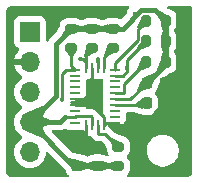
<source format=gtl>
G04 #@! TF.GenerationSoftware,KiCad,Pcbnew,8.0.5*
G04 #@! TF.CreationDate,2024-10-31T19:03:19-07:00*
G04 #@! TF.ProjectId,uSlime_BNO085_Module,75536c69-6d65-45f4-924e-4f3038355f4d,rev?*
G04 #@! TF.SameCoordinates,Original*
G04 #@! TF.FileFunction,Copper,L1,Top*
G04 #@! TF.FilePolarity,Positive*
%FSLAX46Y46*%
G04 Gerber Fmt 4.6, Leading zero omitted, Abs format (unit mm)*
G04 Created by KiCad (PCBNEW 8.0.5) date 2024-10-31 19:03:19*
%MOMM*%
%LPD*%
G01*
G04 APERTURE LIST*
G04 Aperture macros list*
%AMRoundRect*
0 Rectangle with rounded corners*
0 $1 Rounding radius*
0 $2 $3 $4 $5 $6 $7 $8 $9 X,Y pos of 4 corners*
0 Add a 4 corners polygon primitive as box body*
4,1,4,$2,$3,$4,$5,$6,$7,$8,$9,$2,$3,0*
0 Add four circle primitives for the rounded corners*
1,1,$1+$1,$2,$3*
1,1,$1+$1,$4,$5*
1,1,$1+$1,$6,$7*
1,1,$1+$1,$8,$9*
0 Add four rect primitives between the rounded corners*
20,1,$1+$1,$2,$3,$4,$5,0*
20,1,$1+$1,$4,$5,$6,$7,0*
20,1,$1+$1,$6,$7,$8,$9,0*
20,1,$1+$1,$8,$9,$2,$3,0*%
G04 Aperture macros list end*
G04 #@! TA.AperFunction,SMDPad,CuDef*
%ADD10RoundRect,0.200000X-0.275000X0.200000X-0.275000X-0.200000X0.275000X-0.200000X0.275000X0.200000X0*%
G04 #@! TD*
G04 #@! TA.AperFunction,SMDPad,CuDef*
%ADD11RoundRect,0.200000X-0.200000X-0.275000X0.200000X-0.275000X0.200000X0.275000X-0.200000X0.275000X0*%
G04 #@! TD*
G04 #@! TA.AperFunction,ComponentPad*
%ADD12R,1.700000X1.700000*%
G04 #@! TD*
G04 #@! TA.AperFunction,ComponentPad*
%ADD13O,1.700000X1.700000*%
G04 #@! TD*
G04 #@! TA.AperFunction,SMDPad,CuDef*
%ADD14RoundRect,0.200000X0.200000X0.275000X-0.200000X0.275000X-0.200000X-0.275000X0.200000X-0.275000X0*%
G04 #@! TD*
G04 #@! TA.AperFunction,SMDPad,CuDef*
%ADD15RoundRect,0.225000X0.225000X0.250000X-0.225000X0.250000X-0.225000X-0.250000X0.225000X-0.250000X0*%
G04 #@! TD*
G04 #@! TA.AperFunction,SMDPad,CuDef*
%ADD16RoundRect,0.200000X0.275000X-0.200000X0.275000X0.200000X-0.275000X0.200000X-0.275000X-0.200000X0*%
G04 #@! TD*
G04 #@! TA.AperFunction,SMDPad,CuDef*
%ADD17R,0.914400X0.250000*%
G04 #@! TD*
G04 #@! TA.AperFunction,SMDPad,CuDef*
%ADD18R,0.250000X0.812800*%
G04 #@! TD*
G04 #@! TA.AperFunction,SMDPad,CuDef*
%ADD19RoundRect,0.225000X-0.250000X0.225000X-0.250000X-0.225000X0.250000X-0.225000X0.250000X0.225000X0*%
G04 #@! TD*
G04 #@! TA.AperFunction,SMDPad,CuDef*
%ADD20RoundRect,0.225000X0.250000X-0.225000X0.250000X0.225000X-0.250000X0.225000X-0.250000X-0.225000X0*%
G04 #@! TD*
G04 #@! TA.AperFunction,ViaPad*
%ADD21C,0.500000*%
G04 #@! TD*
G04 #@! TA.AperFunction,ViaPad*
%ADD22C,0.350000*%
G04 #@! TD*
G04 #@! TA.AperFunction,ViaPad*
%ADD23C,0.600000*%
G04 #@! TD*
G04 #@! TA.AperFunction,Conductor*
%ADD24C,0.381000*%
G04 #@! TD*
G04 #@! TA.AperFunction,Conductor*
%ADD25C,0.254000*%
G04 #@! TD*
G04 APERTURE END LIST*
D10*
X101150000Y-96775000D03*
X101150000Y-98425000D03*
D11*
X105750000Y-99600000D03*
X107400000Y-99600000D03*
D12*
X95900000Y-97060000D03*
D13*
X95900000Y-99600000D03*
X95900000Y-102140000D03*
X95900000Y-104680000D03*
X95900000Y-107220000D03*
D14*
X107400000Y-97850000D03*
X105750000Y-97850000D03*
D11*
X105750000Y-96100000D03*
X107400000Y-96100000D03*
D15*
X107350000Y-101350000D03*
X105800000Y-101350000D03*
D10*
X99400000Y-96775000D03*
X99400000Y-98425000D03*
D16*
X102900000Y-98425000D03*
X102900000Y-96775000D03*
D17*
X99723600Y-104744400D03*
D18*
X100650930Y-104935400D03*
X101154000Y-104935400D03*
X101654000Y-104935400D03*
X102153990Y-104935400D03*
D17*
X103076400Y-104744400D03*
X103076400Y-104244400D03*
X103076400Y-103744400D03*
X103076400Y-103244400D03*
X103076400Y-102744400D03*
X103076400Y-102244400D03*
X103076400Y-101744400D03*
X103076400Y-101244400D03*
X103076400Y-100744400D03*
X103076400Y-100236400D03*
D18*
X102154000Y-100109400D03*
X101654000Y-100109400D03*
X101154000Y-100109400D03*
X100650930Y-100109400D03*
D17*
X99723600Y-100236400D03*
X99723600Y-100744400D03*
X99723600Y-101244400D03*
X99723600Y-101744400D03*
X99723600Y-102244400D03*
X99723600Y-102744400D03*
X99723600Y-103244400D03*
X99723600Y-103744400D03*
X99723600Y-104244400D03*
D19*
X99900000Y-106825000D03*
X99900000Y-108375000D03*
D15*
X107350000Y-103100000D03*
X105800000Y-103100000D03*
D16*
X103400000Y-108425000D03*
X103400000Y-106775000D03*
D20*
X101650000Y-108375000D03*
X101650000Y-106825000D03*
D21*
X100650930Y-105910000D03*
D22*
X105670000Y-104750000D03*
X100150000Y-99350000D03*
X98652000Y-102850000D03*
D23*
X104876205Y-95627010D03*
D22*
X104150000Y-100100000D03*
X101650000Y-99350000D03*
D24*
X95900000Y-104680000D02*
X98455800Y-104680000D01*
X98455800Y-104680000D02*
X98891400Y-104244400D01*
D25*
X102153990Y-104249990D02*
X102153990Y-104935400D01*
X101154000Y-102050200D02*
X101154000Y-103250000D01*
D24*
X107350000Y-103100000D02*
X107350000Y-101350000D01*
D25*
X101154000Y-102050200D02*
X101154000Y-100109400D01*
X100650930Y-105910000D02*
X100636500Y-105895570D01*
X102344990Y-104744400D02*
X102153990Y-104935400D01*
X99723600Y-102744400D02*
X100459800Y-102744400D01*
X101154000Y-103250000D02*
X102153990Y-104249990D01*
D24*
X105705600Y-104744400D02*
X107350000Y-103100000D01*
D25*
X103076400Y-104744400D02*
X102344990Y-104744400D01*
X100636500Y-105895570D02*
X100636500Y-104935400D01*
X99723600Y-103244400D02*
X101148400Y-103244400D01*
X101148400Y-103244400D02*
X101154000Y-103250000D01*
X101650000Y-106825000D02*
X101565930Y-106825000D01*
X100459800Y-102744400D02*
X101154000Y-102050200D01*
X100400930Y-99350000D02*
X100650930Y-99600000D01*
X100650930Y-98924070D02*
X100650930Y-99600000D01*
X100150000Y-99350000D02*
X100400930Y-99350000D01*
X101150000Y-98425000D02*
X100650930Y-98924070D01*
X100650930Y-99600000D02*
X100650930Y-100109400D01*
X98995400Y-100236400D02*
X99723600Y-100236400D01*
X98652000Y-100579800D02*
X98995400Y-100236400D01*
X99400000Y-99912800D02*
X99723600Y-100236400D01*
X98652000Y-102850000D02*
X98652000Y-100579800D01*
X99400000Y-98425000D02*
X99400000Y-99912800D01*
D24*
X98134500Y-102445500D02*
X98134500Y-98040500D01*
D25*
X99771600Y-104196400D02*
X101097330Y-104196400D01*
D24*
X106534500Y-95234500D02*
X107400000Y-96100000D01*
X101650000Y-108375000D02*
X103350000Y-108375000D01*
D25*
X99708100Y-104228900D02*
X99723600Y-104244400D01*
D24*
X102900000Y-96775000D02*
X103759364Y-96775000D01*
D25*
X101154000Y-104935400D02*
X101154000Y-104253070D01*
D24*
X101650000Y-108375000D02*
X99900000Y-108375000D01*
X107400000Y-99750000D02*
X105800000Y-101350000D01*
D25*
X105800000Y-101350000D02*
X105800000Y-101200000D01*
X101097330Y-104196400D02*
X101154000Y-104253070D01*
D24*
X98134500Y-98040500D02*
X99400000Y-96775000D01*
X103759364Y-96775000D02*
X105299864Y-95234500D01*
D25*
X105800000Y-101350000D02*
X104405600Y-102744400D01*
D24*
X101150000Y-96775000D02*
X102900000Y-96775000D01*
X107400000Y-96100000D02*
X107400000Y-97850000D01*
D25*
X99723600Y-104244400D02*
X99771600Y-104196400D01*
D24*
X103350000Y-108375000D02*
X103400000Y-108425000D01*
X105299864Y-95234500D02*
X106534500Y-95234500D01*
X107400000Y-99600000D02*
X107400000Y-97850000D01*
D25*
X99723600Y-104244400D02*
X98891400Y-104244400D01*
D24*
X95900000Y-104680000D02*
X98134500Y-102445500D01*
X95900000Y-104680000D02*
X99595000Y-108375000D01*
X107400000Y-99600000D02*
X107400000Y-99750000D01*
X99400000Y-96775000D02*
X101150000Y-96775000D01*
X99595000Y-108375000D02*
X99900000Y-108375000D01*
D25*
X104405600Y-102744400D02*
X103076400Y-102744400D01*
X103804600Y-100744400D02*
X103076400Y-100744400D01*
X104150000Y-100100000D02*
X104150000Y-100399000D01*
X105750000Y-97850000D02*
X105644400Y-97744400D01*
X104150000Y-99450000D02*
X105750000Y-97850000D01*
X96230000Y-102140000D02*
X96450000Y-101920000D01*
X104150000Y-100399000D02*
X103804600Y-100744400D01*
X104150000Y-100100000D02*
X104150000Y-99450000D01*
X101650000Y-100105400D02*
X101654000Y-100109400D01*
X101650000Y-99350000D02*
X101650000Y-100105400D01*
X103076400Y-103244400D02*
X105655600Y-103244400D01*
X105655600Y-103244400D02*
X105800000Y-103100000D01*
X103400000Y-106775000D02*
X102293800Y-105668800D01*
X101654000Y-105620810D02*
X101654000Y-104935400D01*
X101701990Y-105668800D02*
X101654000Y-105620810D01*
X102293800Y-105668800D02*
X101701990Y-105668800D01*
X103860600Y-102196400D02*
X103812600Y-102244400D01*
X103860600Y-101489400D02*
X103860600Y-102196400D01*
X103812600Y-102244400D02*
X103076400Y-102244400D01*
X105750000Y-99600000D02*
X103860600Y-101489400D01*
X103076400Y-100236400D02*
X103076400Y-99673600D01*
X103076400Y-99673600D02*
X105023000Y-97727000D01*
X105023000Y-96827000D02*
X105750000Y-96100000D01*
X105023000Y-97727000D02*
X105023000Y-96827000D01*
X102900000Y-98425000D02*
X102154000Y-99171000D01*
X102154000Y-99171000D02*
X102154000Y-100109400D01*
G04 #@! TA.AperFunction,Conductor*
G36*
X104288314Y-94870185D02*
G01*
X104334069Y-94922989D01*
X104344013Y-94992147D01*
X104314988Y-95055703D01*
X104308956Y-95062181D01*
X104246389Y-95124747D01*
X104150415Y-95277488D01*
X104090201Y-95449573D01*
X104060840Y-95496300D01*
X103633649Y-95923491D01*
X103572326Y-95956976D01*
X103502634Y-95951992D01*
X103481820Y-95941928D01*
X103476431Y-95938670D01*
X103464606Y-95931522D01*
X103464604Y-95931521D01*
X103464602Y-95931520D01*
X103404761Y-95912873D01*
X103393538Y-95908773D01*
X103387670Y-95906302D01*
X103380958Y-95904547D01*
X103380942Y-95904544D01*
X103379542Y-95904268D01*
X103366656Y-95900999D01*
X103302196Y-95880914D01*
X103302185Y-95880913D01*
X103231616Y-95874500D01*
X102568384Y-95874500D01*
X102538135Y-95877248D01*
X102497800Y-95880914D01*
X102403771Y-95910214D01*
X102393050Y-95913035D01*
X102365196Y-95919048D01*
X102068143Y-96029295D01*
X101998443Y-96034166D01*
X101981853Y-96029295D01*
X101684804Y-95919049D01*
X101684782Y-95919043D01*
X101624209Y-95903212D01*
X101618676Y-95901628D01*
X101552197Y-95880914D01*
X101552198Y-95880914D01*
X101523964Y-95878348D01*
X101481616Y-95874500D01*
X100818384Y-95874500D01*
X100788135Y-95877248D01*
X100747800Y-95880914D01*
X100653771Y-95910214D01*
X100643050Y-95913035D01*
X100615196Y-95919048D01*
X100318143Y-96029295D01*
X100248443Y-96034166D01*
X100231853Y-96029295D01*
X99934804Y-95919049D01*
X99934782Y-95919043D01*
X99874209Y-95903212D01*
X99868676Y-95901628D01*
X99802197Y-95880914D01*
X99802198Y-95880914D01*
X99773964Y-95878348D01*
X99731616Y-95874500D01*
X99068384Y-95874500D01*
X99049145Y-95876248D01*
X98997807Y-95880913D01*
X98835393Y-95931522D01*
X98689811Y-96019530D01*
X98569530Y-96139811D01*
X98481522Y-96285393D01*
X98430913Y-96447807D01*
X98424500Y-96518386D01*
X98424500Y-96522146D01*
X98410761Y-96578878D01*
X98199036Y-96990371D01*
X98176456Y-97021320D01*
X97597766Y-97600010D01*
X97523865Y-97710613D01*
X97522144Y-97713189D01*
X97522142Y-97713191D01*
X97522142Y-97713193D01*
X97489060Y-97793059D01*
X97445218Y-97847462D01*
X97378924Y-97869526D01*
X97311225Y-97852246D01*
X97263615Y-97801109D01*
X97250499Y-97745608D01*
X97250499Y-96162128D01*
X97244091Y-96102517D01*
X97222753Y-96045308D01*
X97193797Y-95967671D01*
X97193793Y-95967664D01*
X97107547Y-95852455D01*
X97107544Y-95852452D01*
X96992335Y-95766206D01*
X96992328Y-95766202D01*
X96857482Y-95715908D01*
X96857483Y-95715908D01*
X96797883Y-95709501D01*
X96797881Y-95709500D01*
X96797873Y-95709500D01*
X96797864Y-95709500D01*
X95002129Y-95709500D01*
X95002123Y-95709501D01*
X94942516Y-95715908D01*
X94807671Y-95766202D01*
X94807664Y-95766206D01*
X94692455Y-95852452D01*
X94692452Y-95852455D01*
X94606206Y-95967664D01*
X94606202Y-95967671D01*
X94555908Y-96102517D01*
X94549501Y-96162116D01*
X94549501Y-96162123D01*
X94549500Y-96162135D01*
X94549500Y-97957870D01*
X94549501Y-97957876D01*
X94555908Y-98017483D01*
X94606202Y-98152328D01*
X94606206Y-98152335D01*
X94692452Y-98267544D01*
X94692455Y-98267547D01*
X94807664Y-98353793D01*
X94807671Y-98353797D01*
X94807674Y-98353798D01*
X94939598Y-98403002D01*
X94995531Y-98444873D01*
X95019949Y-98510337D01*
X95005098Y-98578610D01*
X94983947Y-98606865D01*
X94861886Y-98728926D01*
X94726400Y-98922420D01*
X94726399Y-98922422D01*
X94626570Y-99136507D01*
X94626567Y-99136513D01*
X94569364Y-99349999D01*
X94569364Y-99350000D01*
X95466988Y-99350000D01*
X95434075Y-99407007D01*
X95400000Y-99534174D01*
X95400000Y-99665826D01*
X95434075Y-99792993D01*
X95466988Y-99850000D01*
X94569364Y-99850000D01*
X94626567Y-100063486D01*
X94626570Y-100063492D01*
X94726399Y-100277578D01*
X94861894Y-100471082D01*
X95028917Y-100638105D01*
X95214595Y-100768119D01*
X95258219Y-100822696D01*
X95265412Y-100892195D01*
X95233890Y-100954549D01*
X95214595Y-100971269D01*
X95028594Y-101101508D01*
X94861505Y-101268597D01*
X94725965Y-101462169D01*
X94725964Y-101462171D01*
X94626098Y-101676335D01*
X94626094Y-101676344D01*
X94564938Y-101904586D01*
X94564936Y-101904596D01*
X94544341Y-102139999D01*
X94544341Y-102140000D01*
X94564936Y-102375403D01*
X94564938Y-102375413D01*
X94626094Y-102603655D01*
X94626096Y-102603659D01*
X94626097Y-102603663D01*
X94718417Y-102801644D01*
X94725965Y-102817830D01*
X94725967Y-102817834D01*
X94795593Y-102917269D01*
X94858883Y-103007657D01*
X94861501Y-103011395D01*
X94861506Y-103011402D01*
X95028597Y-103178493D01*
X95028603Y-103178498D01*
X95214158Y-103308425D01*
X95257783Y-103363002D01*
X95264977Y-103432500D01*
X95233454Y-103494855D01*
X95214158Y-103511575D01*
X95028597Y-103641505D01*
X94861505Y-103808597D01*
X94725965Y-104002169D01*
X94725964Y-104002171D01*
X94626098Y-104216335D01*
X94626094Y-104216344D01*
X94564938Y-104444586D01*
X94564936Y-104444596D01*
X94544341Y-104679999D01*
X94544341Y-104680000D01*
X94564936Y-104915403D01*
X94564938Y-104915413D01*
X94626094Y-105143655D01*
X94626096Y-105143659D01*
X94626097Y-105143663D01*
X94673344Y-105244984D01*
X94725965Y-105357830D01*
X94725967Y-105357834D01*
X94861501Y-105551395D01*
X94861506Y-105551402D01*
X95028597Y-105718493D01*
X95028603Y-105718498D01*
X95214158Y-105848425D01*
X95257783Y-105903002D01*
X95264977Y-105972500D01*
X95233454Y-106034855D01*
X95214158Y-106051575D01*
X95028597Y-106181505D01*
X94861505Y-106348597D01*
X94725965Y-106542169D01*
X94725964Y-106542171D01*
X94626098Y-106756335D01*
X94626094Y-106756344D01*
X94564938Y-106984586D01*
X94564936Y-106984596D01*
X94544341Y-107219999D01*
X94544341Y-107220000D01*
X94564936Y-107455403D01*
X94564938Y-107455413D01*
X94626094Y-107683655D01*
X94626096Y-107683659D01*
X94626097Y-107683663D01*
X94627971Y-107687681D01*
X94725965Y-107897830D01*
X94725967Y-107897834D01*
X94783351Y-107979786D01*
X94861505Y-108091401D01*
X95028599Y-108258495D01*
X95117044Y-108320425D01*
X95222165Y-108394032D01*
X95222167Y-108394033D01*
X95222170Y-108394035D01*
X95436337Y-108493903D01*
X95664592Y-108555063D01*
X95852918Y-108571539D01*
X95899999Y-108575659D01*
X95900000Y-108575659D01*
X95900001Y-108575659D01*
X95939234Y-108572226D01*
X96135408Y-108555063D01*
X96363663Y-108493903D01*
X96577830Y-108394035D01*
X96771401Y-108258495D01*
X96938495Y-108091401D01*
X97074035Y-107897830D01*
X97173903Y-107683663D01*
X97235063Y-107455408D01*
X97249145Y-107294448D01*
X97274597Y-107229381D01*
X97331188Y-107188402D01*
X97400950Y-107184524D01*
X97460354Y-107217576D01*
X98563203Y-108320425D01*
X98574946Y-108334793D01*
X98575193Y-108334604D01*
X98952961Y-108825057D01*
X98972430Y-108861719D01*
X98987997Y-108908697D01*
X98987999Y-108908702D01*
X99077031Y-109053043D01*
X99161807Y-109137819D01*
X99195292Y-109199142D01*
X99190308Y-109268834D01*
X99148436Y-109324767D01*
X99082972Y-109349184D01*
X99074126Y-109349500D01*
X94406962Y-109349500D01*
X94393078Y-109348720D01*
X94380553Y-109347308D01*
X94302735Y-109338540D01*
X94275666Y-109332362D01*
X94196462Y-109304648D01*
X94171444Y-109292600D01*
X94100395Y-109247957D01*
X94078686Y-109230644D01*
X94019355Y-109171313D01*
X94002042Y-109149604D01*
X93998707Y-109144297D01*
X93957398Y-109078553D01*
X93945351Y-109053537D01*
X93945178Y-109053044D01*
X93917636Y-108974331D01*
X93911459Y-108947263D01*
X93907779Y-108914606D01*
X93901280Y-108856922D01*
X93900500Y-108843038D01*
X93900500Y-95356961D01*
X93901280Y-95343077D01*
X93911459Y-95252731D01*
X93917635Y-95225670D01*
X93945353Y-95146456D01*
X93957396Y-95121450D01*
X94002046Y-95050389D01*
X94019351Y-95028690D01*
X94078690Y-94969351D01*
X94100389Y-94952046D01*
X94171450Y-94907396D01*
X94196456Y-94895353D01*
X94275670Y-94867635D01*
X94302733Y-94861459D01*
X94365419Y-94854396D01*
X94393079Y-94851280D01*
X94406962Y-94850500D01*
X94465892Y-94850500D01*
X104221275Y-94850500D01*
X104288314Y-94870185D01*
G37*
G04 #@! TD.AperFunction*
G04 #@! TA.AperFunction,Conductor*
G36*
X109409631Y-94852025D02*
G01*
X109457706Y-94859639D01*
X109494595Y-94871625D01*
X109529156Y-94889235D01*
X109560538Y-94912036D01*
X109587963Y-94939461D01*
X109610765Y-94970845D01*
X109626427Y-95001583D01*
X109628372Y-95005399D01*
X109640361Y-95042297D01*
X109647086Y-95084761D01*
X109647973Y-95090357D01*
X109649500Y-95109755D01*
X109649500Y-108843038D01*
X109648720Y-108856923D01*
X109638540Y-108947264D01*
X109632362Y-108974333D01*
X109604648Y-109053537D01*
X109592600Y-109078555D01*
X109547957Y-109149604D01*
X109530644Y-109171313D01*
X109471313Y-109230644D01*
X109449604Y-109247957D01*
X109378555Y-109292600D01*
X109353537Y-109304648D01*
X109274333Y-109332362D01*
X109247264Y-109338540D01*
X109167075Y-109347576D01*
X109156921Y-109348720D01*
X109143038Y-109349500D01*
X104240520Y-109349500D01*
X104173481Y-109329815D01*
X104127726Y-109277011D01*
X104117782Y-109207853D01*
X104146807Y-109144297D01*
X104152839Y-109137819D01*
X104230468Y-109060189D01*
X104230469Y-109060188D01*
X104230472Y-109060185D01*
X104318478Y-108914606D01*
X104369086Y-108752196D01*
X104375500Y-108681616D01*
X104375500Y-108168384D01*
X104369086Y-108097804D01*
X104318478Y-107935394D01*
X104230472Y-107789815D01*
X104230470Y-107789813D01*
X104230469Y-107789811D01*
X104128339Y-107687681D01*
X104094854Y-107626358D01*
X104099838Y-107556666D01*
X104128339Y-107512319D01*
X104230468Y-107410189D01*
X104230469Y-107410188D01*
X104230472Y-107410185D01*
X104318478Y-107264606D01*
X104369086Y-107102196D01*
X104375500Y-107031616D01*
X104375500Y-106993713D01*
X105799500Y-106993713D01*
X105799500Y-107206286D01*
X105831794Y-107410185D01*
X105832754Y-107416243D01*
X105891764Y-107597857D01*
X105898444Y-107618414D01*
X105994951Y-107807820D01*
X106119890Y-107979786D01*
X106270213Y-108130109D01*
X106442179Y-108255048D01*
X106442181Y-108255049D01*
X106442184Y-108255051D01*
X106631588Y-108351557D01*
X106833757Y-108417246D01*
X107043713Y-108450500D01*
X107043714Y-108450500D01*
X107256286Y-108450500D01*
X107256287Y-108450500D01*
X107466243Y-108417246D01*
X107668412Y-108351557D01*
X107857816Y-108255051D01*
X107879789Y-108239086D01*
X108029786Y-108130109D01*
X108029788Y-108130106D01*
X108029792Y-108130104D01*
X108180104Y-107979792D01*
X108180106Y-107979788D01*
X108180109Y-107979786D01*
X108305048Y-107807820D01*
X108305047Y-107807820D01*
X108305051Y-107807816D01*
X108401557Y-107618412D01*
X108467246Y-107416243D01*
X108500500Y-107206287D01*
X108500500Y-106993713D01*
X108467246Y-106783757D01*
X108401557Y-106581588D01*
X108305051Y-106392184D01*
X108305049Y-106392181D01*
X108305048Y-106392179D01*
X108180109Y-106220213D01*
X108029786Y-106069890D01*
X107857820Y-105944951D01*
X107668414Y-105848444D01*
X107668413Y-105848443D01*
X107668412Y-105848443D01*
X107466243Y-105782754D01*
X107466241Y-105782753D01*
X107466240Y-105782753D01*
X107304957Y-105757208D01*
X107256287Y-105749500D01*
X107043713Y-105749500D01*
X106995042Y-105757208D01*
X106833760Y-105782753D01*
X106631585Y-105848444D01*
X106442179Y-105944951D01*
X106270213Y-106069890D01*
X106119890Y-106220213D01*
X105994951Y-106392179D01*
X105898444Y-106581585D01*
X105832753Y-106783760D01*
X105799500Y-106993713D01*
X104375500Y-106993713D01*
X104375500Y-106518384D01*
X104369086Y-106447804D01*
X104318478Y-106285394D01*
X104230472Y-106139815D01*
X104230470Y-106139813D01*
X104230469Y-106139811D01*
X104110188Y-106019530D01*
X104065015Y-105992222D01*
X103964606Y-105931522D01*
X103802196Y-105880914D01*
X103802194Y-105880913D01*
X103802192Y-105880913D01*
X103752778Y-105876423D01*
X103731616Y-105874500D01*
X103731613Y-105874500D01*
X103717194Y-105874500D01*
X103664334Y-105862668D01*
X103136827Y-105614075D01*
X103102008Y-105589589D01*
X102693811Y-105181391D01*
X102692269Y-105180361D01*
X102692265Y-105180358D01*
X102591039Y-105112720D01*
X102591024Y-105112712D01*
X102580754Y-105108458D01*
X102526352Y-105064615D01*
X102504290Y-104998320D01*
X102521572Y-104930621D01*
X102572711Y-104883013D01*
X102628207Y-104869899D01*
X103581472Y-104869899D01*
X103641083Y-104863491D01*
X103775931Y-104813196D01*
X103891146Y-104726946D01*
X103977396Y-104611731D01*
X104027691Y-104476883D01*
X104034100Y-104417273D01*
X104034099Y-104071528D01*
X104027691Y-104011917D01*
X104027690Y-104011916D01*
X104027394Y-104009155D01*
X104039799Y-103940396D01*
X104087409Y-103889258D01*
X104150683Y-103871900D01*
X104786927Y-103871900D01*
X104824358Y-103877684D01*
X105328000Y-104037162D01*
X105351942Y-104041599D01*
X105368330Y-104045810D01*
X105427292Y-104065349D01*
X105526655Y-104075500D01*
X106073344Y-104075499D01*
X106073352Y-104075498D01*
X106073355Y-104075498D01*
X106127760Y-104069940D01*
X106172708Y-104065349D01*
X106333697Y-104012003D01*
X106478044Y-103922968D01*
X106597968Y-103803044D01*
X106687003Y-103658697D01*
X106740349Y-103497708D01*
X106750500Y-103398345D01*
X106750499Y-102801656D01*
X106740349Y-102702292D01*
X106687003Y-102541303D01*
X106686999Y-102541297D01*
X106686998Y-102541294D01*
X106597970Y-102396959D01*
X106597967Y-102396955D01*
X106513693Y-102312681D01*
X106480208Y-102251358D01*
X106485192Y-102181666D01*
X106513693Y-102137319D01*
X106597968Y-102053044D01*
X106687003Y-101908697D01*
X106740349Y-101747708D01*
X106745400Y-101698258D01*
X106758727Y-101653682D01*
X107058431Y-101076940D01*
X107080775Y-101046444D01*
X107248107Y-100879112D01*
X107266560Y-100863919D01*
X107674959Y-100589167D01*
X107721236Y-100572755D01*
X107720761Y-100570366D01*
X107727188Y-100569087D01*
X107727189Y-100569086D01*
X107727196Y-100569086D01*
X107889606Y-100518478D01*
X108035185Y-100430472D01*
X108155472Y-100310185D01*
X108243478Y-100164606D01*
X108294086Y-100002196D01*
X108300500Y-99931616D01*
X108300500Y-99268384D01*
X108294086Y-99197804D01*
X108264781Y-99103762D01*
X108261958Y-99093032D01*
X108255952Y-99065204D01*
X108255951Y-99065201D01*
X108255950Y-99065196D01*
X108145702Y-98768141D01*
X108140832Y-98698445D01*
X108145700Y-98681862D01*
X108255950Y-98384803D01*
X108271794Y-98324170D01*
X108273348Y-98318743D01*
X108294086Y-98252196D01*
X108300500Y-98181616D01*
X108300500Y-97518384D01*
X108294086Y-97447804D01*
X108264781Y-97353762D01*
X108261958Y-97343032D01*
X108255952Y-97315204D01*
X108255951Y-97315201D01*
X108255950Y-97315196D01*
X108145702Y-97018141D01*
X108140832Y-96948445D01*
X108145700Y-96931862D01*
X108255950Y-96634803D01*
X108271794Y-96574170D01*
X108273348Y-96568743D01*
X108294086Y-96502196D01*
X108300500Y-96431616D01*
X108300500Y-95768384D01*
X108294086Y-95697804D01*
X108243478Y-95535394D01*
X108155472Y-95389815D01*
X108155470Y-95389813D01*
X108155469Y-95389811D01*
X108035188Y-95269530D01*
X107990776Y-95242682D01*
X107889606Y-95181522D01*
X107727196Y-95130914D01*
X107727194Y-95130913D01*
X107727192Y-95130913D01*
X107677778Y-95126423D01*
X107656616Y-95124500D01*
X107656613Y-95124500D01*
X107652852Y-95124500D01*
X107596120Y-95110761D01*
X107545588Y-95084761D01*
X107494982Y-95036586D01*
X107478456Y-94968699D01*
X107501255Y-94902654D01*
X107556142Y-94859419D01*
X107602320Y-94850500D01*
X109334108Y-94850500D01*
X109390244Y-94850500D01*
X109409631Y-94852025D01*
G37*
G04 #@! TD.AperFunction*
G04 #@! TA.AperFunction,Conductor*
G36*
X98956816Y-105263467D02*
G01*
X98965962Y-105269697D01*
X99024069Y-105313196D01*
X99024071Y-105313197D01*
X99158917Y-105363491D01*
X99158916Y-105363491D01*
X99165844Y-105364235D01*
X99218527Y-105369900D01*
X100228672Y-105369899D01*
X100288283Y-105363491D01*
X100366975Y-105334140D01*
X100436664Y-105329157D01*
X100497987Y-105362641D01*
X100531472Y-105423965D01*
X100533596Y-105437070D01*
X100534908Y-105449283D01*
X100585202Y-105584128D01*
X100585206Y-105584135D01*
X100671452Y-105699344D01*
X100671455Y-105699347D01*
X100786664Y-105785593D01*
X100786671Y-105785597D01*
X100921516Y-105835891D01*
X100981114Y-105842299D01*
X100981118Y-105842299D01*
X100981127Y-105842300D01*
X100983670Y-105842299D01*
X100984237Y-105842466D01*
X100984434Y-105842477D01*
X100984431Y-105842523D01*
X101050710Y-105861972D01*
X101094777Y-105912811D01*
X101095044Y-105912669D01*
X101095670Y-105913841D01*
X101096474Y-105914768D01*
X101097826Y-105917874D01*
X101097914Y-105918039D01*
X101147481Y-105992221D01*
X101147482Y-105992222D01*
X101166590Y-106020820D01*
X101166591Y-106020821D01*
X101191736Y-106045965D01*
X101214579Y-106068808D01*
X101285582Y-106139811D01*
X101301983Y-106156212D01*
X101404750Y-106224879D01*
X101404763Y-106224886D01*
X101518950Y-106272183D01*
X101518955Y-106272185D01*
X101518959Y-106272185D01*
X101518960Y-106272186D01*
X101640184Y-106296300D01*
X101640187Y-106296300D01*
X101982519Y-106296300D01*
X102049558Y-106315985D01*
X102070200Y-106332619D01*
X102204291Y-106466710D01*
X102231312Y-106507279D01*
X102245643Y-106542171D01*
X102333608Y-106756337D01*
X102415202Y-106954990D01*
X102424500Y-107002102D01*
X102424500Y-107031613D01*
X102430913Y-107102192D01*
X102430913Y-107102194D01*
X102430914Y-107102196D01*
X102481522Y-107264606D01*
X102556255Y-107388229D01*
X102574091Y-107455782D01*
X102552574Y-107522256D01*
X102498533Y-107566544D01*
X102429128Y-107574585D01*
X102402944Y-107567046D01*
X102186715Y-107478052D01*
X102157065Y-107470104D01*
X102148154Y-107467715D01*
X102141269Y-107465653D01*
X102047711Y-107434651D01*
X101948346Y-107424500D01*
X101351662Y-107424500D01*
X101351644Y-107424501D01*
X101252292Y-107434650D01*
X101252285Y-107434652D01*
X101151414Y-107468077D01*
X101142808Y-107470588D01*
X101113295Y-107478050D01*
X101113279Y-107478055D01*
X100822191Y-107597857D01*
X100752705Y-107605169D01*
X100727804Y-107597857D01*
X100436714Y-107478052D01*
X100408870Y-107470588D01*
X100398154Y-107467715D01*
X100391269Y-107465653D01*
X100297711Y-107434651D01*
X100198352Y-107424500D01*
X100198345Y-107424500D01*
X100118185Y-107424500D01*
X100091529Y-107421601D01*
X99520799Y-107295973D01*
X99459775Y-107262553D01*
X97779903Y-105582681D01*
X97746418Y-105521358D01*
X97751402Y-105451666D01*
X97793274Y-105395733D01*
X97858738Y-105371316D01*
X97867584Y-105371000D01*
X98523860Y-105371000D01*
X98613670Y-105353134D01*
X98657357Y-105344445D01*
X98783111Y-105292356D01*
X98822763Y-105265861D01*
X98889435Y-105244984D01*
X98956816Y-105263467D01*
G37*
G04 #@! TD.AperFunction*
G04 #@! TA.AperFunction,Conductor*
G36*
X101211891Y-100905194D02*
G01*
X101226776Y-100914760D01*
X101286669Y-100959596D01*
X101286671Y-100959597D01*
X101303745Y-100965965D01*
X101421517Y-101009891D01*
X101481127Y-101016300D01*
X101826872Y-101016299D01*
X101886483Y-101009891D01*
X101886486Y-101009889D01*
X101890744Y-101009432D01*
X101917254Y-101009432D01*
X101921514Y-101009889D01*
X101921517Y-101009891D01*
X101981127Y-101016300D01*
X101994696Y-101016299D01*
X102061733Y-101035980D01*
X102107491Y-101088781D01*
X102118700Y-101140299D01*
X102118700Y-101417269D01*
X102118701Y-101417279D01*
X102125567Y-101481151D01*
X102125567Y-101507657D01*
X102125109Y-101511916D01*
X102125109Y-101511917D01*
X102118700Y-101571527D01*
X102118700Y-101571530D01*
X102118700Y-101571533D01*
X102118700Y-101917269D01*
X102118701Y-101917279D01*
X102125567Y-101981151D01*
X102125567Y-102007657D01*
X102125109Y-102011916D01*
X102125109Y-102011917D01*
X102118700Y-102071527D01*
X102118700Y-102071530D01*
X102118700Y-102071533D01*
X102118700Y-102417269D01*
X102118701Y-102417279D01*
X102125567Y-102481151D01*
X102125567Y-102507657D01*
X102125109Y-102511916D01*
X102125109Y-102511917D01*
X102118700Y-102571527D01*
X102118700Y-102571532D01*
X102118700Y-102571533D01*
X102118700Y-102917269D01*
X102118701Y-102917279D01*
X102125567Y-102981151D01*
X102125567Y-103007657D01*
X102125109Y-103011916D01*
X102125109Y-103011917D01*
X102118700Y-103071527D01*
X102118700Y-103071532D01*
X102118700Y-103071533D01*
X102118700Y-103417269D01*
X102118701Y-103417279D01*
X102125567Y-103481151D01*
X102125567Y-103507657D01*
X102125109Y-103511916D01*
X102125109Y-103511917D01*
X102118700Y-103571527D01*
X102118700Y-103571532D01*
X102118700Y-103571533D01*
X102118700Y-103917269D01*
X102118701Y-103917284D01*
X102120119Y-103930471D01*
X102107711Y-103999230D01*
X102060099Y-104050365D01*
X101992399Y-104067642D01*
X101953496Y-104059903D01*
X101886482Y-104034908D01*
X101886483Y-104034908D01*
X101826883Y-104028501D01*
X101826881Y-104028500D01*
X101826873Y-104028500D01*
X101826865Y-104028500D01*
X101823035Y-104028500D01*
X101755996Y-104008815D01*
X101714177Y-103960553D01*
X101712953Y-103961208D01*
X101710086Y-103955846D01*
X101710083Y-103955837D01*
X101710076Y-103955826D01*
X101676226Y-103905165D01*
X101676226Y-103905166D01*
X101641412Y-103853063D01*
X101635702Y-103847353D01*
X101554008Y-103765659D01*
X101497338Y-103708989D01*
X101466400Y-103688317D01*
X101466398Y-103688316D01*
X101466398Y-103688315D01*
X101394565Y-103640318D01*
X101394566Y-103640318D01*
X101358330Y-103625309D01*
X101358328Y-103625308D01*
X101280365Y-103593014D01*
X101280357Y-103593012D01*
X101159137Y-103568900D01*
X101159133Y-103568900D01*
X100782240Y-103568900D01*
X100715201Y-103549215D01*
X100669446Y-103496411D01*
X100666058Y-103488233D01*
X100624597Y-103377071D01*
X100624593Y-103377064D01*
X100538347Y-103261855D01*
X100538344Y-103261852D01*
X100423135Y-103175606D01*
X100423128Y-103175602D01*
X100288282Y-103125308D01*
X100288283Y-103125308D01*
X100228683Y-103118901D01*
X100228681Y-103118900D01*
X100228673Y-103118900D01*
X100228665Y-103118900D01*
X99439777Y-103118900D01*
X99372738Y-103099215D01*
X99326983Y-103046411D01*
X99316688Y-102979898D01*
X99316810Y-102978897D01*
X99344460Y-102914732D01*
X99402412Y-102875701D01*
X99439899Y-102869899D01*
X100228671Y-102869899D01*
X100228672Y-102869899D01*
X100288283Y-102863491D01*
X100423131Y-102813196D01*
X100538346Y-102726946D01*
X100624596Y-102611731D01*
X100674891Y-102476883D01*
X100681300Y-102417273D01*
X100681299Y-102071528D01*
X100674891Y-102011917D01*
X100674889Y-102011913D01*
X100674432Y-102007655D01*
X100674432Y-101981145D01*
X100674889Y-101976886D01*
X100674891Y-101976883D01*
X100681300Y-101917273D01*
X100681299Y-101571528D01*
X100674891Y-101511917D01*
X100674889Y-101511913D01*
X100674432Y-101507655D01*
X100674432Y-101481145D01*
X100674889Y-101476886D01*
X100674891Y-101476883D01*
X100681300Y-101417273D01*
X100681299Y-101140298D01*
X100700983Y-101073260D01*
X100753787Y-101027505D01*
X100805299Y-101016299D01*
X100823801Y-101016299D01*
X100823802Y-101016299D01*
X100883413Y-101009891D01*
X101018261Y-100959596D01*
X101078154Y-100914759D01*
X101143618Y-100890343D01*
X101211891Y-100905194D01*
G37*
G04 #@! TD.AperFunction*
G04 #@! TA.AperFunction,Conductor*
G36*
X96236019Y-103899349D02*
G01*
X96236176Y-103899416D01*
X97592947Y-104486448D01*
X97599178Y-104492877D01*
X97600000Y-104497185D01*
X97600000Y-104862814D01*
X97596573Y-104871087D01*
X97592946Y-104873552D01*
X96236176Y-105460583D01*
X96227222Y-105460723D01*
X96220792Y-105454491D01*
X96220747Y-105454387D01*
X95900864Y-104684488D01*
X95900856Y-104675534D01*
X95900865Y-104675511D01*
X95978150Y-104489500D01*
X96220726Y-103905663D01*
X96227064Y-103899340D01*
X96236019Y-103899349D01*
G37*
G04 #@! TD.AperFunction*
G04 #@! TA.AperFunction,Conductor*
G36*
X100227713Y-99192755D02*
G01*
X100544579Y-99323561D01*
X100550918Y-99329885D01*
X100550929Y-99338839D01*
X100548387Y-99342648D01*
X100384295Y-99506740D01*
X100376787Y-99510142D01*
X100162414Y-99524186D01*
X100153934Y-99521307D01*
X100149974Y-99513276D01*
X100149950Y-99512588D01*
X100149302Y-99351675D01*
X100150215Y-99347099D01*
X100212465Y-99199034D01*
X100218830Y-99192738D01*
X100227713Y-99192755D01*
G37*
G04 #@! TD.AperFunction*
G04 #@! TA.AperFunction,Conductor*
G36*
X101143186Y-98423756D02*
G01*
X101151332Y-98427477D01*
X101153147Y-98430048D01*
X101353392Y-98814846D01*
X101354171Y-98823767D01*
X101348641Y-98830505D01*
X100780558Y-99142164D01*
X100774930Y-99143606D01*
X100538273Y-99143606D01*
X100530000Y-99140179D01*
X100526573Y-99131906D01*
X100526812Y-99129555D01*
X100591356Y-98814846D01*
X100673011Y-98416702D01*
X100678030Y-98409288D01*
X100684887Y-98407362D01*
X101143186Y-98423756D01*
G37*
G04 #@! TD.AperFunction*
G04 #@! TA.AperFunction,Conductor*
G36*
X98777068Y-102503427D02*
G01*
X98780387Y-102510110D01*
X98825187Y-102836786D01*
X98822915Y-102845448D01*
X98815185Y-102849968D01*
X98813662Y-102850076D01*
X98652067Y-102850999D01*
X98651933Y-102850999D01*
X98490337Y-102850076D01*
X98482084Y-102846602D01*
X98478704Y-102838309D01*
X98478812Y-102836786D01*
X98523613Y-102510110D01*
X98528133Y-102502379D01*
X98535205Y-102500000D01*
X98768795Y-102500000D01*
X98777068Y-102503427D01*
G37*
G04 #@! TD.AperFunction*
G04 #@! TA.AperFunction,Conductor*
G36*
X99407747Y-98430844D02*
G01*
X99792653Y-98770902D01*
X99796584Y-98778948D01*
X99794895Y-98785762D01*
X99530420Y-99219392D01*
X99523186Y-99224671D01*
X99520431Y-99225000D01*
X99279569Y-99225000D01*
X99271296Y-99221573D01*
X99269580Y-99219392D01*
X99005104Y-98785762D01*
X99003722Y-98776915D01*
X99007344Y-98770904D01*
X99392253Y-98430843D01*
X99400722Y-98427934D01*
X99407747Y-98430844D01*
G37*
G04 #@! TD.AperFunction*
G04 #@! TA.AperFunction,Conductor*
G36*
X106887989Y-95314897D02*
G01*
X107482918Y-95621004D01*
X107488707Y-95627837D01*
X107489061Y-95633582D01*
X107401885Y-96094476D01*
X107396980Y-96101969D01*
X107394843Y-96103121D01*
X107009537Y-96261758D01*
X107000583Y-96261739D01*
X106994908Y-96256715D01*
X106637920Y-95627837D01*
X106615389Y-95588147D01*
X106614286Y-95579261D01*
X106617290Y-95574101D01*
X106874364Y-95317027D01*
X106882636Y-95313601D01*
X106887989Y-95314897D01*
G37*
G04 #@! TD.AperFunction*
G04 #@! TA.AperFunction,Conductor*
G36*
X103050447Y-108043231D02*
G01*
X103053297Y-108045501D01*
X103393642Y-108416969D01*
X103396704Y-108425384D01*
X103393516Y-108432912D01*
X103047298Y-108799013D01*
X103039123Y-108802669D01*
X103033873Y-108801587D01*
X102531776Y-108568643D01*
X102525713Y-108562053D01*
X102525000Y-108558030D01*
X102525000Y-108193411D01*
X102528427Y-108185138D01*
X102533590Y-108182132D01*
X103041561Y-108042126D01*
X103050447Y-108043231D01*
G37*
G04 #@! TD.AperFunction*
G04 #@! TA.AperFunction,Conductor*
G36*
X101994323Y-107945509D02*
G01*
X102567753Y-108181517D01*
X102574099Y-108187834D01*
X102575000Y-108192336D01*
X102575000Y-108557663D01*
X102571573Y-108565936D01*
X102567753Y-108568482D01*
X101994325Y-108804489D01*
X101985370Y-108804469D01*
X101980642Y-108800860D01*
X101654597Y-108382188D01*
X101652218Y-108373556D01*
X101654597Y-108367812D01*
X101980643Y-107949138D01*
X101988428Y-107944718D01*
X101994323Y-107945509D01*
G37*
G04 #@! TD.AperFunction*
G04 #@! TA.AperFunction,Conductor*
G36*
X103259794Y-96395361D02*
G01*
X103634576Y-96628530D01*
X103636668Y-96630191D01*
X103892571Y-96886094D01*
X103895998Y-96894367D01*
X103892571Y-96902640D01*
X103888639Y-96905232D01*
X103259039Y-97156778D01*
X103250085Y-97156665D01*
X103246075Y-97153821D01*
X103008120Y-96894367D01*
X102906532Y-96783600D01*
X102903466Y-96775187D01*
X102906518Y-96767800D01*
X103244977Y-96397402D01*
X103253086Y-96393607D01*
X103259794Y-96395361D01*
G37*
G04 #@! TD.AperFunction*
G04 #@! TA.AperFunction,Conductor*
G36*
X100244323Y-107945509D02*
G01*
X100817753Y-108181517D01*
X100824099Y-108187834D01*
X100825000Y-108192336D01*
X100825000Y-108557663D01*
X100821573Y-108565936D01*
X100817753Y-108568482D01*
X100244325Y-108804489D01*
X100235370Y-108804469D01*
X100230642Y-108800860D01*
X99904597Y-108382188D01*
X99902218Y-108373556D01*
X99904597Y-108367812D01*
X100230643Y-107949138D01*
X100238428Y-107944718D01*
X100244323Y-107945509D01*
G37*
G04 #@! TD.AperFunction*
G04 #@! TA.AperFunction,Conductor*
G36*
X101314629Y-107945530D02*
G01*
X101319356Y-107949138D01*
X101491899Y-108170700D01*
X101645401Y-108367811D01*
X101647781Y-108376444D01*
X101645401Y-108382189D01*
X101319358Y-108800859D01*
X101311571Y-108805281D01*
X101305674Y-108804489D01*
X100732247Y-108568482D01*
X100725901Y-108562165D01*
X100725000Y-108557663D01*
X100725000Y-108192336D01*
X100728427Y-108184063D01*
X100732245Y-108181517D01*
X101305676Y-107945510D01*
X101314629Y-107945530D01*
G37*
G04 #@! TD.AperFunction*
G04 #@! TA.AperFunction,Conductor*
G36*
X106383587Y-100508966D02*
G01*
X106640952Y-100766331D01*
X106644379Y-100774604D01*
X106643061Y-100779999D01*
X106254937Y-101526893D01*
X106248081Y-101532654D01*
X106240098Y-101532316D01*
X105804216Y-101352735D01*
X105797872Y-101346415D01*
X105797592Y-101345674D01*
X105641855Y-100884624D01*
X105642454Y-100875692D01*
X105647677Y-100870432D01*
X106370054Y-100506787D01*
X106378984Y-100506129D01*
X106383587Y-100508966D01*
G37*
G04 #@! TD.AperFunction*
G04 #@! TA.AperFunction,Conductor*
G36*
X107394914Y-99597288D02*
G01*
X107401612Y-99603232D01*
X107402356Y-99605196D01*
X107531356Y-100066860D01*
X107530282Y-100075751D01*
X107526619Y-100079717D01*
X106963392Y-100458631D01*
X106954615Y-100460405D01*
X106948588Y-100457196D01*
X106691589Y-100200197D01*
X106688162Y-100191924D01*
X106689104Y-100187324D01*
X106995714Y-99470638D01*
X107002118Y-99464382D01*
X107010296Y-99464185D01*
X107394914Y-99597288D01*
G37*
G04 #@! TD.AperFunction*
G04 #@! TA.AperFunction,Conductor*
G36*
X99394476Y-96773114D02*
G01*
X99401969Y-96778019D01*
X99403121Y-96780156D01*
X99561758Y-97165462D01*
X99561739Y-97174416D01*
X99556715Y-97180091D01*
X98888148Y-97559609D01*
X98879261Y-97560713D01*
X98874099Y-97557707D01*
X98617028Y-97300636D01*
X98613601Y-97292363D01*
X98614897Y-97287010D01*
X98921004Y-96692080D01*
X98927837Y-96686291D01*
X98933580Y-96685937D01*
X99394476Y-96773114D01*
G37*
G04 #@! TD.AperFunction*
G04 #@! TA.AperFunction,Conductor*
G36*
X105360604Y-101167972D02*
G01*
X105795783Y-101347264D01*
X105802127Y-101353584D01*
X105802411Y-101354338D01*
X105957903Y-101814660D01*
X105957304Y-101823594D01*
X105951324Y-101829202D01*
X105184726Y-102149093D01*
X105175771Y-102149116D01*
X105171947Y-102146568D01*
X105003522Y-101978143D01*
X105000095Y-101969870D01*
X105001065Y-101965205D01*
X105345422Y-101174119D01*
X105351865Y-101167903D01*
X105360604Y-101167972D01*
G37*
G04 #@! TD.AperFunction*
G04 #@! TA.AperFunction,Conductor*
G36*
X102550031Y-96393297D02*
G01*
X102553780Y-96396028D01*
X102893758Y-96767096D01*
X102896820Y-96775511D01*
X102893758Y-96782904D01*
X102553780Y-97153971D01*
X102545664Y-97157756D01*
X102541082Y-97157036D01*
X102032629Y-96968331D01*
X102026065Y-96962240D01*
X102025000Y-96957362D01*
X102025000Y-96592637D01*
X102028427Y-96584364D01*
X102032626Y-96581669D01*
X102541082Y-96392963D01*
X102550031Y-96393297D01*
G37*
G04 #@! TD.AperFunction*
G04 #@! TA.AperFunction,Conductor*
G36*
X101508917Y-96392963D02*
G01*
X102017372Y-96581669D01*
X102023935Y-96587759D01*
X102025000Y-96592637D01*
X102025000Y-96957362D01*
X102021573Y-96965635D01*
X102017371Y-96968331D01*
X101508917Y-97157036D01*
X101499968Y-97156702D01*
X101496219Y-97153971D01*
X101323539Y-96965500D01*
X101156240Y-96782902D01*
X101153179Y-96774489D01*
X101156240Y-96767097D01*
X101496219Y-96396027D01*
X101504335Y-96392243D01*
X101508917Y-96392963D01*
G37*
G04 #@! TD.AperFunction*
G04 #@! TA.AperFunction,Conductor*
G36*
X107407902Y-96106240D02*
G01*
X107611330Y-96292623D01*
X107778971Y-96446219D01*
X107782756Y-96454335D01*
X107782036Y-96458917D01*
X107593331Y-96967371D01*
X107587240Y-96973935D01*
X107582362Y-96975000D01*
X107217638Y-96975000D01*
X107209365Y-96971573D01*
X107206669Y-96967371D01*
X107017963Y-96458917D01*
X107018297Y-96449968D01*
X107021028Y-96446219D01*
X107392097Y-96106240D01*
X107400511Y-96103179D01*
X107407902Y-96106240D01*
G37*
G04 #@! TD.AperFunction*
G04 #@! TA.AperFunction,Conductor*
G36*
X107590635Y-96978427D02*
G01*
X107593331Y-96982629D01*
X107782036Y-97491082D01*
X107781702Y-97500031D01*
X107778971Y-97503780D01*
X107407904Y-97843758D01*
X107399489Y-97846820D01*
X107392096Y-97843758D01*
X107021028Y-97503780D01*
X107017243Y-97495664D01*
X107017963Y-97491082D01*
X107206669Y-96982629D01*
X107212760Y-96976065D01*
X107217638Y-96975000D01*
X107582362Y-96975000D01*
X107590635Y-96978427D01*
G37*
G04 #@! TD.AperFunction*
G04 #@! TA.AperFunction,Conductor*
G36*
X107407902Y-97856240D02*
G01*
X107611330Y-98042623D01*
X107778971Y-98196219D01*
X107782756Y-98204335D01*
X107782036Y-98208917D01*
X107593331Y-98717371D01*
X107587240Y-98723935D01*
X107582362Y-98725000D01*
X107217638Y-98725000D01*
X107209365Y-98721573D01*
X107206669Y-98717371D01*
X107017963Y-98208917D01*
X107018297Y-98199968D01*
X107021028Y-98196219D01*
X107392097Y-97856240D01*
X107400511Y-97853179D01*
X107407902Y-97856240D01*
G37*
G04 #@! TD.AperFunction*
G04 #@! TA.AperFunction,Conductor*
G36*
X107590635Y-98728427D02*
G01*
X107593331Y-98732629D01*
X107782036Y-99241082D01*
X107781702Y-99250031D01*
X107778971Y-99253780D01*
X107407904Y-99593758D01*
X107399489Y-99596820D01*
X107392096Y-99593758D01*
X107021028Y-99253780D01*
X107017243Y-99245664D01*
X107017963Y-99241082D01*
X107206669Y-98732629D01*
X107212760Y-98726065D01*
X107217638Y-98725000D01*
X107582362Y-98725000D01*
X107590635Y-98728427D01*
G37*
G04 #@! TD.AperFunction*
G04 #@! TA.AperFunction,Conductor*
G36*
X96969184Y-103346184D02*
G01*
X96972811Y-103348649D01*
X97231350Y-103607188D01*
X97234777Y-103615461D01*
X97233955Y-103619769D01*
X96689668Y-104994243D01*
X96683436Y-105000673D01*
X96674482Y-105000813D01*
X96674324Y-105000749D01*
X95903785Y-104682562D01*
X95897447Y-104676238D01*
X95579250Y-103905674D01*
X95579259Y-103896720D01*
X95585598Y-103890395D01*
X95585712Y-103890348D01*
X96960232Y-103346044D01*
X96969184Y-103346184D01*
G37*
G04 #@! TD.AperFunction*
G04 #@! TA.AperFunction,Conductor*
G36*
X96683279Y-104359259D02*
G01*
X96689604Y-104365598D01*
X96689668Y-104365756D01*
X97107787Y-105421622D01*
X97124345Y-105463436D01*
X97233955Y-105740230D01*
X97233815Y-105749184D01*
X97231350Y-105752811D01*
X96972811Y-106011350D01*
X96964538Y-106014777D01*
X96960230Y-106013955D01*
X95585756Y-105469668D01*
X95579326Y-105463436D01*
X95579186Y-105454482D01*
X95579218Y-105454402D01*
X95897438Y-104683783D01*
X95903759Y-104677448D01*
X96674325Y-104359250D01*
X96683279Y-104359259D01*
G37*
G04 #@! TD.AperFunction*
G04 #@! TA.AperFunction,Conductor*
G36*
X99247760Y-107753475D02*
G01*
X100014912Y-107922338D01*
X100022255Y-107927463D01*
X100023823Y-107936279D01*
X100023663Y-107936921D01*
X99902103Y-108370722D01*
X99896571Y-108377764D01*
X99896079Y-108378025D01*
X99436171Y-108608487D01*
X99427239Y-108609130D01*
X99421661Y-108605168D01*
X98978370Y-108029648D01*
X98976037Y-108021004D01*
X98979366Y-108014238D01*
X99236976Y-107756628D01*
X99245248Y-107753202D01*
X99247760Y-107753475D01*
G37*
G04 #@! TD.AperFunction*
G04 #@! TA.AperFunction,Conductor*
G36*
X99758917Y-96392963D02*
G01*
X100267372Y-96581669D01*
X100273935Y-96587759D01*
X100275000Y-96592637D01*
X100275000Y-96957362D01*
X100271573Y-96965635D01*
X100267371Y-96968331D01*
X99758917Y-97157036D01*
X99749968Y-97156702D01*
X99746219Y-97153971D01*
X99573539Y-96965500D01*
X99406240Y-96782902D01*
X99403179Y-96774489D01*
X99406240Y-96767097D01*
X99746219Y-96396027D01*
X99754335Y-96392243D01*
X99758917Y-96392963D01*
G37*
G04 #@! TD.AperFunction*
G04 #@! TA.AperFunction,Conductor*
G36*
X100800031Y-96393297D02*
G01*
X100803780Y-96396028D01*
X101143758Y-96767096D01*
X101146820Y-96775511D01*
X101143758Y-96782904D01*
X100803780Y-97153971D01*
X100795664Y-97157756D01*
X100791082Y-97157036D01*
X100282629Y-96968331D01*
X100276065Y-96962240D01*
X100275000Y-96957362D01*
X100275000Y-96592637D01*
X100278427Y-96584364D01*
X100282626Y-96581669D01*
X100791082Y-96392963D01*
X100800031Y-96393297D01*
G37*
G04 #@! TD.AperFunction*
G04 #@! TA.AperFunction,Conductor*
G36*
X104155220Y-100101191D02*
G01*
X104301970Y-100162888D01*
X104308269Y-100169254D01*
X104308638Y-100177052D01*
X104209386Y-100506141D01*
X104203716Y-100513073D01*
X104194806Y-100513965D01*
X104189911Y-100511036D01*
X104026636Y-100347761D01*
X104023438Y-100341792D01*
X103990211Y-100176381D01*
X103991942Y-100167595D01*
X103997179Y-100163277D01*
X104146186Y-100101176D01*
X104155140Y-100101158D01*
X104155220Y-100101191D01*
G37*
G04 #@! TD.AperFunction*
G04 #@! TA.AperFunction,Conductor*
G36*
X105366645Y-97691168D02*
G01*
X105744844Y-97846879D01*
X105751189Y-97853197D01*
X105751885Y-97855523D01*
X105838913Y-98315627D01*
X105837084Y-98324392D01*
X105831862Y-98328624D01*
X105192705Y-98591146D01*
X105183750Y-98591119D01*
X105179987Y-98588596D01*
X105011711Y-98420320D01*
X105008284Y-98412047D01*
X105009399Y-98407061D01*
X105189738Y-98024386D01*
X105192039Y-98021115D01*
X105285065Y-97928090D01*
X105328181Y-97853410D01*
X105350500Y-97770116D01*
X105350500Y-97701989D01*
X105353927Y-97693716D01*
X105362200Y-97690289D01*
X105366645Y-97691168D01*
G37*
G04 #@! TD.AperFunction*
G04 #@! TA.AperFunction,Conductor*
G36*
X104275068Y-99753427D02*
G01*
X104278387Y-99760110D01*
X104323187Y-100086786D01*
X104320915Y-100095448D01*
X104313185Y-100099968D01*
X104311662Y-100100076D01*
X104150067Y-100100999D01*
X104149933Y-100100999D01*
X103988337Y-100100076D01*
X103980084Y-100096602D01*
X103976704Y-100088309D01*
X103976812Y-100086786D01*
X104021613Y-99760110D01*
X104026133Y-99752379D01*
X104033205Y-99750000D01*
X104266795Y-99750000D01*
X104275068Y-99753427D01*
G37*
G04 #@! TD.AperFunction*
G04 #@! TA.AperFunction,Conductor*
G36*
X101811663Y-99349923D02*
G01*
X101819915Y-99353397D01*
X101823295Y-99361690D01*
X101823187Y-99363213D01*
X101778387Y-99689890D01*
X101773867Y-99697620D01*
X101766795Y-99700000D01*
X101533205Y-99700000D01*
X101524932Y-99696573D01*
X101521613Y-99689890D01*
X101476812Y-99363213D01*
X101479083Y-99354551D01*
X101486814Y-99350031D01*
X101488324Y-99349923D01*
X101650000Y-99349000D01*
X101811663Y-99349923D01*
G37*
G04 #@! TD.AperFunction*
G04 #@! TA.AperFunction,Conductor*
G36*
X105412077Y-102715162D02*
G01*
X105794072Y-103093145D01*
X105797543Y-103101400D01*
X105795511Y-103108052D01*
X105493798Y-103550681D01*
X105486306Y-103555587D01*
X105480598Y-103555245D01*
X104908168Y-103373986D01*
X104901315Y-103368222D01*
X104900000Y-103362832D01*
X104900000Y-103122972D01*
X104903427Y-103114699D01*
X104904321Y-103113892D01*
X105396474Y-102714394D01*
X105405057Y-102711842D01*
X105412077Y-102715162D01*
G37*
G04 #@! TD.AperFunction*
G04 #@! TA.AperFunction,Conductor*
G36*
X102842939Y-106034399D02*
G01*
X103555617Y-106370255D01*
X103561639Y-106376881D01*
X103561447Y-106385292D01*
X103403121Y-106769843D01*
X103396802Y-106776189D01*
X103394476Y-106776885D01*
X102934372Y-106863912D01*
X102925607Y-106862083D01*
X102921376Y-106856862D01*
X102658853Y-106217704D01*
X102658880Y-106208750D01*
X102661400Y-106204990D01*
X102829680Y-106036710D01*
X102837952Y-106033284D01*
X102842939Y-106034399D01*
G37*
G04 #@! TD.AperFunction*
G04 #@! TA.AperFunction,Conductor*
G36*
X105360290Y-99438551D02*
G01*
X105744844Y-99596879D01*
X105751189Y-99603197D01*
X105751885Y-99605523D01*
X105838913Y-100065627D01*
X105837084Y-100074392D01*
X105831862Y-100078624D01*
X105192705Y-100341146D01*
X105183750Y-100341119D01*
X105179987Y-100338596D01*
X105011711Y-100170320D01*
X105008284Y-100162047D01*
X105009399Y-100157061D01*
X105345256Y-99444380D01*
X105351881Y-99438360D01*
X105360290Y-99438551D01*
G37*
G04 #@! TD.AperFunction*
G04 #@! TA.AperFunction,Conductor*
G36*
X105360290Y-95938551D02*
G01*
X105744844Y-96096879D01*
X105751189Y-96103197D01*
X105751885Y-96105523D01*
X105838913Y-96565627D01*
X105837084Y-96574392D01*
X105831862Y-96578624D01*
X105192705Y-96841146D01*
X105183750Y-96841119D01*
X105179987Y-96838596D01*
X105011711Y-96670320D01*
X105008284Y-96662047D01*
X105009399Y-96657061D01*
X105345256Y-95944380D01*
X105351881Y-95938360D01*
X105360290Y-95938551D01*
G37*
G04 #@! TD.AperFunction*
G04 #@! TA.AperFunction,Conductor*
G36*
X102894476Y-98423114D02*
G01*
X102901969Y-98428019D01*
X102903121Y-98430156D01*
X103061448Y-98814707D01*
X103061429Y-98823661D01*
X103055617Y-98829745D01*
X102342940Y-99165599D01*
X102333995Y-99166026D01*
X102329679Y-99163288D01*
X102161403Y-98995012D01*
X102157976Y-98986739D01*
X102158852Y-98982296D01*
X102421376Y-98343136D01*
X102427688Y-98336787D01*
X102434369Y-98336087D01*
X102894476Y-98423114D01*
G37*
G04 #@! TD.AperFunction*
M02*

</source>
